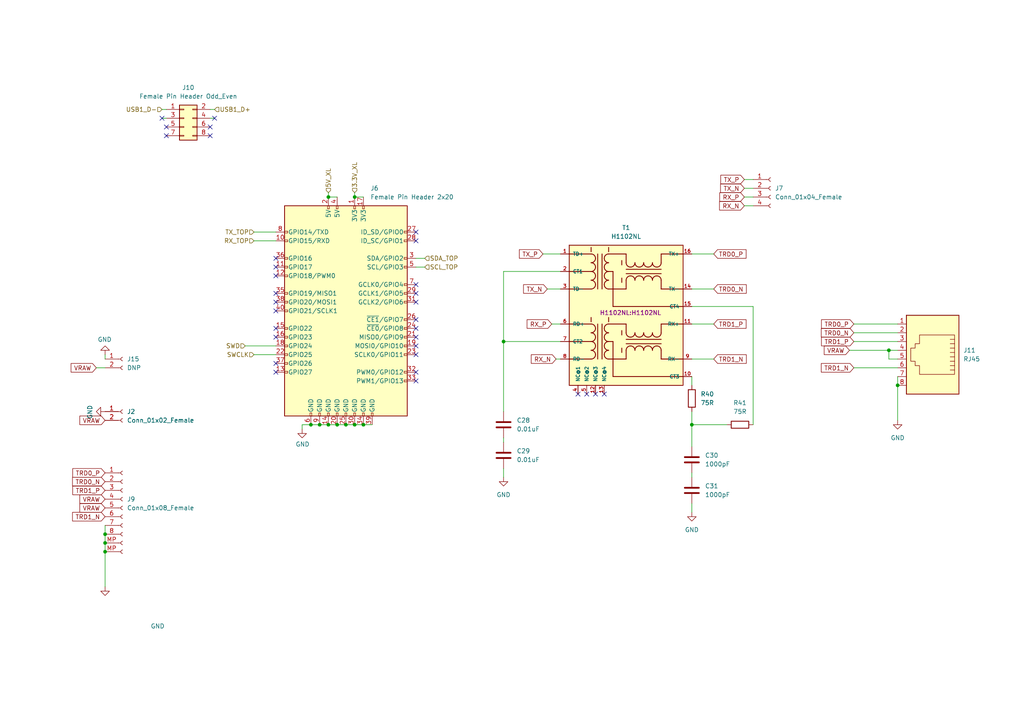
<source format=kicad_sch>
(kicad_sch (version 20230620) (generator eeschema)
  (paper "A4")
  (lib_symbols
    (symbol "Connector:Conn_01x02_Female" (pin_names (offset 1.016) hide)
      (property "Reference" "J" (at 0 2.54 0))
      (property "Value" "Conn_01x02_Female" (at 0 -5.08 0))
      (symbol "Conn_01x02_Female_1_1"
        (arc (start 0 -2.032) (mid -0.5058 -2.54) (end 0 -3.048) (stroke (width 0.1524)))
        (polyline (pts (xy -1.27 -2.54) (xy -0.508 -2.54)) (stroke (width 0.1524)))
        (polyline (pts (xy -1.27 0) (xy -0.508 0)) (stroke (width 0.1524)))
        (arc (start 0 0.508) (mid -0.5058 0) (end 0 -0.508) (stroke (width 0.1524)))
        (pin passive line (at -5.08 0 0) (length 3.81) (name "Pin_1") (number "1"))
        (pin passive line (at -5.08 -2.54 0) (length 3.81) (name "Pin_2") (number "2"))
      )
    )
    (symbol "Connector:Conn_01x04_Female" (pin_names (offset 1.016) hide)
      (property "Reference" "J" (at 0 5.08 0))
      (property "Value" "Conn_01x04_Female" (at 0 -7.62 0))
      (symbol "Conn_01x04_Female_1_1"
        (arc (start 0 -4.572) (mid -0.5058 -5.08) (end 0 -5.588) (stroke (width 0.1524)))
        (arc (start 0 -2.032) (mid -0.5058 -2.54) (end 0 -3.048) (stroke (width 0.1524)))
        (polyline (pts (xy -1.27 -5.08) (xy -0.508 -5.08)) (stroke (width 0.1524)))
        (polyline (pts (xy -1.27 -2.54) (xy -0.508 -2.54)) (stroke (width 0.1524)))
        (polyline (pts (xy -1.27 0) (xy -0.508 0)) (stroke (width 0.1524)))
        (polyline (pts (xy -1.27 2.54) (xy -0.508 2.54)) (stroke (width 0.1524)))
        (arc (start 0 0.508) (mid -0.5058 0) (end 0 -0.508) (stroke (width 0.1524)))
        (arc (start 0 3.048) (mid -0.5058 2.54) (end 0 2.032) (stroke (width 0.1524)))
        (pin passive line (at -5.08 2.54 0) (length 3.81) (name "Pin_1") (number "1"))
        (pin passive line (at -5.08 0 0) (length 3.81) (name "Pin_2") (number "2"))
        (pin passive line (at -5.08 -2.54 0) (length 3.81) (name "Pin_3") (number "3"))
        (pin passive line (at -5.08 -5.08 0) (length 3.81) (name "Pin_4") (number "4"))
      )
    )
    (symbol "Connector:Conn_01x08_Female" (pin_names (offset 1.016) hide)
      (property "Reference" "J3" (at 1.27 0.0001 0))
      (property "Value" "Conn_01x08_Female" (at 1.27 -2.5399 0))
      (symbol "Conn_01x08_Female_1_1"
        (arc (start 0 -14.732) (mid -0.5058 -15.24) (end 0 -15.748) (stroke (width 0.1524)))
        (arc (start 0 -12.192) (mid -0.5058 -12.7) (end 0 -13.208) (stroke (width 0.1524)))
        (arc (start 0 -9.652) (mid -0.5058 -10.16) (end 0 -10.668) (stroke (width 0.1524)))
        (arc (start 0 -7.112) (mid -0.5058 -7.62) (end 0 -8.128) (stroke (width 0.1524)))
        (arc (start 0 -4.572) (mid -0.5058 -5.08) (end 0 -5.588) (stroke (width 0.1524)))
        (arc (start 0 -2.032) (mid -0.5058 -2.54) (end 0 -3.048) (stroke (width 0.1524)))
        (polyline (pts (xy -1.27 -15.24) (xy -0.508 -15.24)) (stroke (width 0.1524)))
        (polyline (pts (xy -1.27 -12.7) (xy -0.508 -12.7)) (stroke (width 0.1524)))
        (polyline (pts (xy -1.27 -10.16) (xy -0.508 -10.16)) (stroke (width 0.1524)))
        (polyline (pts (xy -1.27 -7.62) (xy -0.508 -7.62)) (stroke (width 0.1524)))
        (polyline (pts (xy -1.27 -5.08) (xy -0.508 -5.08)) (stroke (width 0.1524)))
        (polyline (pts (xy -1.27 -2.54) (xy -0.508 -2.54)) (stroke (width 0.1524)))
        (polyline (pts (xy -1.27 0) (xy -0.508 0)) (stroke (width 0.1524)))
        (polyline (pts (xy -1.27 2.54) (xy -0.508 2.54)) (stroke (width 0.1524)))
        (polyline (pts (xy -1.27 5.08) (xy -0.508 5.08)) (stroke (width 0.1524)))
        (polyline (pts (xy -1.27 7.62) (xy -0.508 7.62)) (stroke (width 0.1524)))
        (arc (start 0 0.508) (mid -0.5058 0) (end 0 -0.508) (stroke (width 0.1524)))
        (arc (start 0 3.048) (mid -0.5058 2.54) (end 0 2.032) (stroke (width 0.1524)))
        (arc (start 0 5.588) (mid -0.5058 5.08) (end 0 4.572) (stroke (width 0.1524)))
        (arc (start 0 8.128) (mid -0.5058 7.62) (end 0 7.112) (stroke (width 0.1524)))
        (pin passive line (at -5.08 7.62 0) (length 3.81) (name "Pin_1") (number "1"))
        (pin passive line (at -5.08 5.08 0) (length 3.81) (name "Pin_2") (number "2"))
        (pin passive line (at -5.08 2.54 0) (length 3.81) (name "Pin_3") (number "3"))
        (pin passive line (at -5.08 0 0) (length 3.81) (name "Pin_4") (number "4"))
        (pin passive line (at -5.08 -2.54 0) (length 3.81) (name "Pin_5") (number "5"))
        (pin passive line (at -5.08 -5.08 0) (length 3.81) (name "Pin_6") (number "6"))
        (pin passive line (at -5.08 -7.62 0) (length 3.81) (name "Pin_7") (number "7"))
        (pin passive line (at -5.08 -10.16 0) (length 3.81) (name "Pin_8") (number "8"))
        (pin passive line (at -5.08 -15.24 0) (length 3.81) (name "MP") (number "MP"))
        (pin passive line (at -5.08 -12.7 0) (length 3.81) (name "MP") (number "MP"))
      )
    )
    (symbol "Connector:RJ45" (pin_names (offset 1.016))
      (property "Reference" "J" (at -5.08 13.97 0))
      (property "Value" "RJ45" (at 2.54 13.97 0))
      (symbol "RJ45_0_1"
        (polyline (pts (xy -5.08 4.445) (xy -6.35 4.445)))
        (polyline (pts (xy -5.08 5.715) (xy -6.35 5.715)))
        (polyline (pts (xy -6.35 -3.175) (xy -5.08 -3.175) (xy -5.08 -3.175)))
        (polyline (pts (xy -6.35 -1.905) (xy -5.08 -1.905) (xy -5.08 -1.905)))
        (polyline (pts (xy -6.35 -0.635) (xy -5.08 -0.635) (xy -5.08 -0.635)))
        (polyline (pts (xy -6.35 0.635) (xy -5.08 0.635) (xy -5.08 0.635)))
        (polyline (pts (xy -6.35 1.905) (xy -5.08 1.905) (xy -5.08 1.905)))
        (polyline (pts (xy -5.08 3.175) (xy -6.35 3.175) (xy -6.35 3.175)))
        (polyline (pts (xy -6.35 -4.445) (xy -6.35 6.985) (xy 3.81 6.985) (xy 3.81 4.445) (xy 5.08 4.445) (xy 5.08 3.175) (xy 6.35 3.175) (xy 6.35 -0.635) (xy 5.08 -0.635) (xy 5.08 -1.905) (xy 3.81 -1.905) (xy 3.81 -4.445) (xy -6.35 -4.445) (xy -6.35 -4.445)))
        (rectangle (start 7.62 12.7) (end -7.62 -10.16) (stroke (width 0.254)) (fill (type background)))
      )
      (symbol "RJ45_1_1"
        (pin passive line (at 10.16 -7.62 180) (length 2.54) (name "~") (number "1"))
        (pin passive line (at 10.16 -5.08 180) (length 2.54) (name "~") (number "2"))
        (pin passive line (at 10.16 -2.54 180) (length 2.54) (name "~") (number "3"))
        (pin passive line (at 10.16 0 180) (length 2.54) (name "~") (number "4"))
        (pin passive line (at 10.16 2.54 180) (length 2.54) (name "~") (number "5"))
        (pin passive line (at 10.16 5.08 180) (length 2.54) (name "~") (number "6"))
        (pin passive line (at 10.16 7.62 180) (length 2.54) (name "~") (number "7"))
        (pin passive line (at 10.16 10.16 180) (length 2.54) (name "~") (number "8"))
      )
    )
    (symbol "Connector:Raspberry_Pi_2_3" (pin_names (offset 1.016))
      (property "Reference" "J" (at -17.78 31.75 0))
      (property "Value" "Raspberry_Pi_2_3" (at 10.16 -31.75 0))
      (symbol "Raspberry_Pi_2_3_0_1"
        (rectangle (start -17.78 30.48) (end 17.78 -30.48) (stroke (width 0.254)) (fill (type background)))
      )
      (symbol "Raspberry_Pi_2_3_1_1"
        (rectangle (start -16.891 -17.526) (end -17.78 -18.034))
        (rectangle (start -16.891 -14.986) (end -17.78 -15.494))
        (rectangle (start -16.891 -12.446) (end -17.78 -12.954))
        (rectangle (start -16.891 -9.906) (end -17.78 -10.414))
        (rectangle (start -16.891 -7.366) (end -17.78 -7.874))
        (rectangle (start -16.891 -4.826) (end -17.78 -5.334))
        (rectangle (start -16.891 0.254) (end -17.78 -0.254))
        (rectangle (start -16.891 2.794) (end -17.78 2.286))
        (rectangle (start -16.891 5.334) (end -17.78 4.826))
        (rectangle (start -16.891 10.414) (end -17.78 9.906))
        (rectangle (start -16.891 12.954) (end -17.78 12.446))
        (rectangle (start -16.891 15.494) (end -17.78 14.986))
        (rectangle (start -16.891 20.574) (end -17.78 20.066))
        (rectangle (start -16.891 23.114) (end -17.78 22.606))
        (rectangle (start -10.414 -29.591) (end -9.906 -30.48))
        (rectangle (start -7.874 -29.591) (end -7.366 -30.48))
        (rectangle (start -5.334 -29.591) (end -4.826 -30.48))
        (rectangle (start -5.334 30.48) (end -4.826 29.591))
        (rectangle (start -2.794 -29.591) (end -2.286 -30.48))
        (rectangle (start -2.794 30.48) (end -2.286 29.591))
        (rectangle (start -0.254 -29.591) (end 0.254 -30.48))
        (rectangle (start 2.286 -29.591) (end 2.794 -30.48))
        (rectangle (start 2.286 30.48) (end 2.794 29.591))
        (rectangle (start 4.826 -29.591) (end 5.334 -30.48))
        (rectangle (start 4.826 30.48) (end 5.334 29.591))
        (rectangle (start 7.366 -29.591) (end 7.874 -30.48))
        (rectangle (start 17.78 -20.066) (end 16.891 -20.574))
        (rectangle (start 17.78 -17.526) (end 16.891 -18.034))
        (rectangle (start 17.78 -12.446) (end 16.891 -12.954))
        (rectangle (start 17.78 -9.906) (end 16.891 -10.414))
        (rectangle (start 17.78 -7.366) (end 16.891 -7.874))
        (rectangle (start 17.78 -4.826) (end 16.891 -5.334))
        (rectangle (start 17.78 -2.286) (end 16.891 -2.794))
        (rectangle (start 17.78 2.794) (end 16.891 2.286))
        (rectangle (start 17.78 5.334) (end 16.891 4.826))
        (rectangle (start 17.78 7.874) (end 16.891 7.366))
        (rectangle (start 17.78 12.954) (end 16.891 12.446))
        (rectangle (start 17.78 15.494) (end 16.891 14.986))
        (rectangle (start 17.78 20.574) (end 16.891 20.066))
        (rectangle (start 17.78 23.114) (end 16.891 22.606))
        (pin power_in line (at 2.54 33.02 270) (length 2.54) (name "3V3") (number "1"))
        (pin bidirectional line (at -20.32 20.32 0) (length 2.54) (name "GPIO15/RXD") (number "10"))
        (pin bidirectional line (at -20.32 12.7 0) (length 2.54) (name "GPIO17") (number "11"))
        (pin bidirectional line (at -20.32 10.16 0) (length 2.54) (name "GPIO18/PWM0") (number "12"))
        (pin bidirectional line (at -20.32 -17.78 0) (length 2.54) (name "GPIO27") (number "13"))
        (pin power_in line (at -5.08 -33.02 90) (length 2.54) (name "GND") (number "14"))
        (pin bidirectional line (at -20.32 -5.08 0) (length 2.54) (name "GPIO22") (number "15"))
        (pin bidirectional line (at -20.32 -7.62 0) (length 2.54) (name "GPIO23") (number "16"))
        (pin power_in line (at 5.08 33.02 270) (length 2.54) (name "3V3") (number "17"))
        (pin bidirectional line (at -20.32 -10.16 0) (length 2.54) (name "GPIO24") (number "18"))
        (pin bidirectional line (at 20.32 -10.16 180) (length 2.54) (name "MOSI0/GPIO10") (number "19"))
        (pin power_in line (at -5.08 33.02 270) (length 2.54) (name "5V") (number "2"))
        (pin power_in line (at -2.54 -33.02 90) (length 2.54) (name "GND") (number "20"))
        (pin bidirectional line (at 20.32 -7.62 180) (length 2.54) (name "MISO0/GPIO9") (number "21"))
        (pin bidirectional line (at -20.32 -12.7 0) (length 2.54) (name "GPIO25") (number "22"))
        (pin bidirectional line (at 20.32 -12.7 180) (length 2.54) (name "SCLK0/GPIO11") (number "23"))
        (pin bidirectional line (at 20.32 -5.08 180) (length 2.54) (name "~{CE0}/GPIO8") (number "24"))
        (pin power_in line (at 0 -33.02 90) (length 2.54) (name "GND") (number "25"))
        (pin bidirectional line (at 20.32 -2.54 180) (length 2.54) (name "~{CE1}/GPIO7") (number "26"))
        (pin bidirectional line (at 20.32 22.86 180) (length 2.54) (name "ID_SD/GPIO0") (number "27"))
        (pin bidirectional line (at 20.32 20.32 180) (length 2.54) (name "ID_SC/GPIO1") (number "28"))
        (pin bidirectional line (at 20.32 5.08 180) (length 2.54) (name "GCLK1/GPIO5") (number "29"))
        (pin bidirectional line (at 20.32 15.24 180) (length 2.54) (name "SDA/GPIO2") (number "3"))
        (pin power_in line (at 2.54 -33.02 90) (length 2.54) (name "GND") (number "30"))
        (pin bidirectional line (at 20.32 2.54 180) (length 2.54) (name "GCLK2/GPIO6") (number "31"))
        (pin bidirectional line (at 20.32 -17.78 180) (length 2.54) (name "PWM0/GPIO12") (number "32"))
        (pin bidirectional line (at 20.32 -20.32 180) (length 2.54) (name "PWM1/GPIO13") (number "33"))
        (pin power_in line (at 5.08 -33.02 90) (length 2.54) (name "GND") (number "34"))
        (pin bidirectional line (at -20.32 5.08 0) (length 2.54) (name "GPIO19/MISO1") (number "35"))
        (pin bidirectional line (at -20.32 15.24 0) (length 2.54) (name "GPIO16") (number "36"))
        (pin bidirectional line (at -20.32 -15.24 0) (length 2.54) (name "GPIO26") (number "37"))
        (pin bidirectional line (at -20.32 2.54 0) (length 2.54) (name "GPIO20/MOSI1") (number "38"))
        (pin power_in line (at 7.62 -33.02 90) (length 2.54) (name "GND") (number "39"))
        (pin power_in line (at -2.54 33.02 270) (length 2.54) (name "5V") (number "4"))
        (pin bidirectional line (at -20.32 0 0) (length 2.54) (name "GPIO21/SCLK1") (number "40"))
        (pin bidirectional line (at 20.32 12.7 180) (length 2.54) (name "SCL/GPIO3") (number "5"))
        (pin power_in line (at -10.16 -33.02 90) (length 2.54) (name "GND") (number "6"))
        (pin bidirectional line (at 20.32 7.62 180) (length 2.54) (name "GCLK0/GPIO4") (number "7"))
        (pin bidirectional line (at -20.32 22.86 0) (length 2.54) (name "GPIO14/TXD") (number "8"))
        (pin power_in line (at -7.62 -33.02 90) (length 2.54) (name "GND") (number "9"))
      )
    )
    (symbol "Connector_Generic:Conn_02x04_Odd_Even" (pin_names (offset 1.016) hide)
      (property "Reference" "J" (at 1.27 5.08 0))
      (property "Value" "Conn_02x04_Odd_Even" (at 1.27 -7.62 0))
      (symbol "Conn_02x04_Odd_Even_1_1"
        (rectangle (start -1.27 -4.953) (end 0 -5.207) (stroke (width 0.1524)))
        (rectangle (start -1.27 -2.413) (end 0 -2.667) (stroke (width 0.1524)))
        (rectangle (start -1.27 0.127) (end 0 -0.127) (stroke (width 0.1524)))
        (rectangle (start -1.27 2.667) (end 0 2.413) (stroke (width 0.1524)))
        (rectangle (start -1.27 3.81) (end 3.81 -6.35) (stroke (width 0.254)) (fill (type background)))
        (rectangle (start 3.81 -4.953) (end 2.54 -5.207) (stroke (width 0.1524)))
        (rectangle (start 3.81 -2.413) (end 2.54 -2.667) (stroke (width 0.1524)))
        (rectangle (start 3.81 0.127) (end 2.54 -0.127) (stroke (width 0.1524)))
        (rectangle (start 3.81 2.667) (end 2.54 2.413) (stroke (width 0.1524)))
        (pin passive line (at -5.08 2.54 0) (length 3.81) (name "Pin_1") (number "1"))
        (pin passive line (at 7.62 2.54 180) (length 3.81) (name "Pin_2") (number "2"))
        (pin passive line (at -5.08 0 0) (length 3.81) (name "Pin_3") (number "3"))
        (pin passive line (at 7.62 0 180) (length 3.81) (name "Pin_4") (number "4"))
        (pin passive line (at -5.08 -2.54 0) (length 3.81) (name "Pin_5") (number "5"))
        (pin passive line (at 7.62 -2.54 180) (length 3.81) (name "Pin_6") (number "6"))
        (pin passive line (at -5.08 -5.08 0) (length 3.81) (name "Pin_7") (number "7"))
        (pin passive line (at 7.62 -5.08 180) (length 3.81) (name "Pin_8") (number "8"))
      )
    )
    (symbol "Device:C" (pin_numbers hide) (pin_names (offset 0.254))
      (property "Reference" "C" (at 0.635 2.54 0))
      (property "Value" "C" (at 0.635 -2.54 0))
      (symbol "C_0_1"
        (polyline (pts (xy -2.032 -0.762) (xy 2.032 -0.762)) (stroke (width 0.508)))
        (polyline (pts (xy -2.032 0.762) (xy 2.032 0.762)) (stroke (width 0.508)))
      )
      (symbol "C_1_1"
        (pin passive line (at 0 3.81 270) (length 2.794) (name "~") (number "1"))
        (pin passive line (at 0 -3.81 90) (length 2.794) (name "~") (number "2"))
      )
    )
    (symbol "Device:R" (pin_numbers hide) (pin_names (offset 0))
      (property "Reference" "R" (at 2.032 0 90))
      (property "Value" "R" (at 0 0 90))
      (symbol "R_0_1"
        (rectangle (start -1.016 -2.54) (end 1.016 2.54) (stroke (width 0.254)))
      )
      (symbol "R_1_1"
        (pin passive line (at 0 3.81 270) (length 1.27) (name "~") (number "1"))
        (pin passive line (at 0 -3.81 90) (length 1.27) (name "~") (number "2"))
      )
    )
    (symbol "H1102NL:H1102NL" (pin_names (offset 1.016))
      (property "Reference" "T" (at -17.78 20.32 0))
      (property "Value" "H1102NL" (at -2.54 -22.86 0))
      (symbol "H1102NL_0_0"
        (rectangle (start -17.78 -20.32) (end 15.24 20.32) (stroke (width 0.254)) (fill (type background)))
        (arc (start -11.43 -12.7) (mid -10.532 -12.328) (end -10.16 -11.43) (stroke (width 0.254)))
        (arc (start -11.43 -10.16) (mid -10.532 -9.788) (end -10.16 -8.89) (stroke (width 0.254)))
        (arc (start -11.43 -7.62) (mid -10.532 -7.248) (end -10.16 -6.35) (stroke (width 0.254)))
        (arc (start -11.43 -5.08) (mid -10.532 -4.708) (end -10.16 -3.81) (stroke (width 0.254)))
        (arc (start -11.43 7.62) (mid -10.532 7.992) (end -10.16 8.89) (stroke (width 0.254)))
        (arc (start -11.43 10.16) (mid -10.532 10.532) (end -10.16 11.43) (stroke (width 0.254)))
        (arc (start -11.43 12.7) (mid -10.532 13.072) (end -10.16 13.97) (stroke (width 0.254)))
        (arc (start -11.43 15.24) (mid -10.532 15.612) (end -10.16 16.51) (stroke (width 0.254)))
        (arc (start -10.16 -11.43) (mid -10.532 -10.532) (end -11.43 -10.16) (stroke (width 0.254)))
        (arc (start -10.16 -8.89) (mid -10.532 -7.992) (end -11.43 -7.62) (stroke (width 0.254)))
        (arc (start -10.16 -6.35) (mid -10.532 -5.452) (end -11.43 -5.08) (stroke (width 0.254)))
        (arc (start -10.16 -3.81) (mid -10.532 -2.912) (end -11.43 -2.54) (stroke (width 0.254)))
        (arc (start -10.16 8.89) (mid -10.532 9.788) (end -11.43 10.16) (stroke (width 0.254)))
        (arc (start -10.16 11.43) (mid -10.532 12.328) (end -11.43 12.7) (stroke (width 0.254)))
        (arc (start -10.16 13.97) (mid -10.532 14.868) (end -11.43 15.24) (stroke (width 0.254)))
        (arc (start -10.16 16.51) (mid -10.532 17.408) (end -11.43 17.78) (stroke (width 0.254)))
        (arc (start -7.62 -11.43) (mid -7.248 -12.328) (end -6.35 -12.7) (stroke (width 0.254)))
        (arc (start -7.62 -8.89) (mid -7.248 -9.788) (end -6.35 -10.16) (stroke (width 0.254)))
        (arc (start -7.62 -6.35) (mid -7.248 -7.248) (end -6.35 -7.62) (stroke (width 0.254)))
        (arc (start -7.62 -3.81) (mid -7.248 -4.708) (end -6.35 -5.08) (stroke (width 0.254)))
        (arc (start -7.62 8.89) (mid -7.248 7.992) (end -6.35 7.62) (stroke (width 0.254)))
        (arc (start -7.62 11.43) (mid -7.248 10.532) (end -6.35 10.16) (stroke (width 0.254)))
        (arc (start -7.62 13.97) (mid -7.248 13.072) (end -6.35 12.7) (stroke (width 0.254)))
        (arc (start -7.62 16.51) (mid -7.248 15.612) (end -6.35 15.24) (stroke (width 0.254)))
        (arc (start -6.35 -10.16) (mid -7.248 -10.532) (end -7.62 -11.43) (stroke (width 0.254)))
        (arc (start -6.35 -7.62) (mid -7.248 -7.992) (end -7.62 -8.89) (stroke (width 0.254)))
        (arc (start -6.35 -5.08) (mid -7.248 -5.452) (end -7.62 -6.35) (stroke (width 0.254)))
        (arc (start -6.35 -2.54) (mid -7.248 -2.912) (end -7.62 -3.81) (stroke (width 0.254)))
        (arc (start -6.35 10.16) (mid -7.248 9.788) (end -7.62 8.89) (stroke (width 0.254)))
        (arc (start -6.35 12.7) (mid -7.248 12.328) (end -7.62 11.43) (stroke (width 0.254)))
        (arc (start -6.35 15.24) (mid -7.248 14.868) (end -7.62 13.97) (stroke (width 0.254)))
        (arc (start -6.35 17.78) (mid -7.248 17.408) (end -7.62 16.51) (stroke (width 0.254)))
        (arc (start -1.27 -5.08) (mid -0.898 -5.978) (end 0 -6.35) (stroke (width 0.254)))
        (arc (start -1.27 15.24) (mid -0.898 14.342) (end 0 13.97) (stroke (width 0.254)))
        (arc (start 0 -8.89) (mid -0.898 -9.262) (end -1.27 -10.16) (stroke (width 0.254)))
        (arc (start 0 -6.35) (mid 0.898 -5.978) (end 1.27 -5.08) (stroke (width 0.254)))
        (polyline (pts (xy -17.78 -2.54) (xy -11.43 -2.54)) (stroke (width 0.254)))
        (polyline (pts (xy -17.78 17.78) (xy -11.43 17.78)) (stroke (width 0.254)))
        (polyline (pts (xy -11.43 -12.7) (xy -17.78 -12.7)) (stroke (width 0.254)))
        (polyline (pts (xy -11.43 -7.62) (xy -17.78 -7.62)) (stroke (width 0.254)))
        (polyline (pts (xy -11.43 7.62) (xy -17.78 7.62)) (stroke (width 0.254)))
        (polyline (pts (xy -11.43 12.7) (xy -17.78 12.7)) (stroke (width 0.254)))
        (polyline (pts (xy -9.525 -2.54) (xy -9.525 -12.7)) (stroke (width 0.254)))
        (polyline (pts (xy -9.525 17.78) (xy -9.525 7.62)) (stroke (width 0.254)))
        (polyline (pts (xy -8.255 -2.54) (xy -8.255 -12.7)) (stroke (width 0.254)))
        (polyline (pts (xy -8.255 17.78) (xy -8.255 7.62)) (stroke (width 0.254)))
        (polyline (pts (xy -6.35 -7.62) (xy -5.08 -7.62)) (stroke (width 0.254)))
        (polyline (pts (xy -6.35 -2.54) (xy -1.27 -2.54)) (stroke (width 0.254)))
        (polyline (pts (xy -6.35 12.7) (xy -5.08 12.7)) (stroke (width 0.254)))
        (polyline (pts (xy -6.35 17.78) (xy -1.27 17.78)) (stroke (width 0.254)))
        (polyline (pts (xy -5.08 -17.78) (xy 15.24 -17.78)) (stroke (width 0.254)))
        (polyline (pts (xy -5.08 -7.62) (xy -5.08 -17.78)) (stroke (width 0.254)))
        (polyline (pts (xy -5.08 2.54) (xy 15.24 2.54)) (stroke (width 0.254)))
        (polyline (pts (xy -5.08 12.7) (xy -5.08 2.54)) (stroke (width 0.254)))
        (polyline (pts (xy -1.27 -12.7) (xy -6.35 -12.7)) (stroke (width 0.254)))
        (polyline (pts (xy -1.27 -12.7) (xy -1.27 -10.16)) (stroke (width 0.254)))
        (polyline (pts (xy -1.27 -8.255) (xy 8.89 -8.255)) (stroke (width 0.254)))
        (polyline (pts (xy -1.27 -6.985) (xy 8.89 -6.985)) (stroke (width 0.254)))
        (polyline (pts (xy -1.27 -2.54) (xy -1.27 -5.08)) (stroke (width 0.254)))
        (polyline (pts (xy -1.27 7.62) (xy -6.35 7.62)) (stroke (width 0.254)))
        (polyline (pts (xy -1.27 7.62) (xy -1.27 10.16)) (stroke (width 0.254)))
        (polyline (pts (xy -1.27 12.065) (xy 8.89 12.065)) (stroke (width 0.254)))
        (polyline (pts (xy -1.27 13.335) (xy 8.89 13.335)) (stroke (width 0.254)))
        (polyline (pts (xy -1.27 17.78) (xy -1.27 15.24)) (stroke (width 0.254)))
        (polyline (pts (xy 8.89 -12.7) (xy 15.24 -12.7)) (stroke (width 0.254)))
        (polyline (pts (xy 8.89 -10.16) (xy 8.89 -12.7)) (stroke (width 0.254)))
        (polyline (pts (xy 8.89 -5.08) (xy 8.89 -2.54)) (stroke (width 0.254)))
        (polyline (pts (xy 8.89 -2.54) (xy 15.24 -2.54)) (stroke (width 0.254)))
        (polyline (pts (xy 8.89 7.62) (xy 15.24 7.62)) (stroke (width 0.254)))
        (polyline (pts (xy 8.89 10.16) (xy 8.89 7.62)) (stroke (width 0.254)))
        (polyline (pts (xy 8.89 15.24) (xy 8.89 17.78)) (stroke (width 0.254)))
        (polyline (pts (xy 8.89 17.78) (xy 15.24 17.78)) (stroke (width 0.254)))
        (polyline (pts (xy -11.43 -0.635) (xy -11.43 -1.905) (xy -11.43 -0.635)) (stroke (width 0.254)) (fill (type outline)))
        (polyline (pts (xy -11.43 19.685) (xy -11.43 18.415) (xy -11.43 19.685)) (stroke (width 0.254)) (fill (type outline)))
        (polyline (pts (xy -6.35 -0.635) (xy -6.35 -1.905) (xy -6.35 -0.635)) (stroke (width 0.254)) (fill (type outline)))
        (polyline (pts (xy -6.35 19.685) (xy -6.35 18.415) (xy -6.35 19.685)) (stroke (width 0.254)) (fill (type outline)))
        (polyline (pts (xy -2.54 -9.525) (xy -2.54 -10.795) (xy -2.54 -9.525)) (stroke (width 0.254)) (fill (type outline)))
        (polyline (pts (xy -2.54 -4.445) (xy -2.54 -5.715) (xy -2.54 -4.445)) (stroke (width 0.254)) (fill (type outline)))
        (polyline (pts (xy -2.54 10.795) (xy -2.54 9.525) (xy -2.54 10.795)) (stroke (width 0.254)) (fill (type outline)))
        (polyline (pts (xy -2.54 15.875) (xy -2.54 14.605) (xy -2.54 15.875)) (stroke (width 0.254)) (fill (type outline)))
        (arc (start 0 11.43) (mid -0.898 11.058) (end -1.27 10.16) (stroke (width 0.254)))
        (arc (start 0 13.97) (mid 0.898 14.342) (end 1.27 15.24) (stroke (width 0.254)))
        (arc (start 1.27 -10.16) (mid 0.898 -9.262) (end 0 -8.89) (stroke (width 0.254)))
        (arc (start 1.27 -5.08) (mid 1.642 -5.978) (end 2.54 -6.35) (stroke (width 0.254)))
        (arc (start 1.27 10.16) (mid 0.898 11.058) (end 0 11.43) (stroke (width 0.254)))
        (arc (start 1.27 15.24) (mid 1.642 14.342) (end 2.54 13.97) (stroke (width 0.254)))
        (arc (start 2.54 -8.89) (mid 1.642 -9.262) (end 1.27 -10.16) (stroke (width 0.254)))
        (arc (start 2.54 -6.35) (mid 3.438 -5.978) (end 3.81 -5.08) (stroke (width 0.254)))
        (arc (start 2.54 11.43) (mid 1.642 11.058) (end 1.27 10.16) (stroke (width 0.254)))
        (arc (start 2.54 13.97) (mid 3.438 14.342) (end 3.81 15.24) (stroke (width 0.254)))
        (arc (start 3.81 -10.16) (mid 3.438 -9.262) (end 2.54 -8.89) (stroke (width 0.254)))
        (arc (start 3.81 -5.08) (mid 4.182 -5.978) (end 5.08 -6.35) (stroke (width 0.254)))
        (arc (start 3.81 10.16) (mid 3.438 11.058) (end 2.54 11.43) (stroke (width 0.254)))
        (arc (start 3.81 15.24) (mid 4.182 14.342) (end 5.08 13.97) (stroke (width 0.254)))
        (arc (start 5.08 -8.89) (mid 4.182 -9.262) (end 3.81 -10.16) (stroke (width 0.254)))
        (arc (start 5.08 -6.35) (mid 5.978 -5.978) (end 6.35 -5.08) (stroke (width 0.254)))
        (arc (start 5.08 11.43) (mid 4.182 11.058) (end 3.81 10.16) (stroke (width 0.254)))
        (arc (start 5.08 13.97) (mid 5.978 14.342) (end 6.35 15.24) (stroke (width 0.254)))
        (arc (start 6.35 -10.16) (mid 5.978 -9.262) (end 5.08 -8.89) (stroke (width 0.254)))
        (arc (start 6.35 -5.08) (mid 6.722 -5.978) (end 7.62 -6.35) (stroke (width 0.254)))
        (arc (start 6.35 10.16) (mid 5.978 11.058) (end 5.08 11.43) (stroke (width 0.254)))
        (arc (start 6.35 15.24) (mid 6.722 14.342) (end 7.62 13.97) (stroke (width 0.254)))
        (arc (start 7.62 -8.89) (mid 6.722 -9.262) (end 6.35 -10.16) (stroke (width 0.254)))
        (arc (start 7.62 -6.35) (mid 8.518 -5.978) (end 8.89 -5.08) (stroke (width 0.254)))
        (arc (start 7.62 11.43) (mid 6.722 11.058) (end 6.35 10.16) (stroke (width 0.254)))
        (arc (start 7.62 13.97) (mid 8.518 14.342) (end 8.89 15.24) (stroke (width 0.254)))
        (arc (start 8.89 -10.16) (mid 8.518 -9.262) (end 7.62 -8.89) (stroke (width 0.254)))
        (arc (start 8.89 10.16) (mid 8.518 11.058) (end 7.62 11.43) (stroke (width 0.254)))
        (pin passive line (at -20.32 17.78 0) (length 2.54) (name "TD+") (number "1"))
        (pin passive line (at 17.78 -17.78 180) (length 2.54) (name "CT3") (number "10"))
        (pin passive line (at 17.78 -2.54 180) (length 2.54) (name "RX+") (number "11"))
        (pin passive line (at -10.16 -22.86 90) (length 2.54) (name "NC@3") (number "12"))
        (pin passive line (at -7.62 -22.86 90) (length 2.54) (name "NC@4") (number "13"))
        (pin passive line (at 17.78 7.62 180) (length 2.54) (name "TX-") (number "14"))
        (pin passive line (at 17.78 2.54 180) (length 2.54) (name "CT4") (number "15"))
        (pin passive line (at 17.78 17.78 180) (length 2.54) (name "TX+") (number "16"))
        (pin passive line (at -20.32 12.7 0) (length 2.54) (name "CT1") (number "2"))
        (pin passive line (at -20.32 7.62 0) (length 2.54) (name "TD-") (number "3"))
        (pin passive line (at -15.24 -22.86 90) (length 2.54) (name "NC@1") (number "4"))
        (pin passive line (at -12.7 -22.86 90) (length 2.54) (name "NC@2") (number "5"))
        (pin passive line (at -20.32 -2.54 0) (length 2.54) (name "RD+") (number "6"))
        (pin passive line (at -20.32 -7.62 0) (length 2.54) (name "CT2") (number "7"))
        (pin passive line (at -20.32 -12.7 0) (length 2.54) (name "RD-") (number "8"))
        (pin passive line (at 17.78 -12.7 180) (length 2.54) (name "RX-") (number "9"))
      )
    )
    (symbol "power:GND" (power) (pin_names (offset 0))
      (property "Value" "GND" (at 0 -3.81 0))
      (symbol "GND_0_1"
        (polyline (pts (xy 0 0) (xy 0 -1.27) (xy 1.27 -1.27) (xy 0 -2.54) (xy -1.27 -1.27) (xy 0 -1.27)))
      )
      (symbol "GND_1_1"
        (pin power_in line (at 0 0 270) (length 0) hide (name "GND") (number "1"))
      )
    )
  )
  (junction (at 30.48 157.48))
  (junction (at 92.71 123.19))
  (junction (at 95.25 57.15))
  (junction (at 257.81 101.6))
  (junction (at 260.35 111.76))
  (junction (at 102.87 123.19))
  (junction (at 95.25 123.19))
  (junction (at 102.87 57.15))
  (junction (at 97.79 123.19))
  (junction (at 90.17 123.19))
  (junction (at 105.41 123.19))
  (junction (at 200.66 123.19))
  (junction (at 100.33 123.19))
  (junction (at 30.48 154.94))
  (junction (at 30.48 160.02))
  (junction (at 146.05 99.06))
  (no_connect (at 80.01 107.95))
  (no_connect (at 80.01 105.41))
  (no_connect (at 80.01 74.93))
  (no_connect (at 80.01 77.47))
  (no_connect (at 80.01 85.09))
  (no_connect (at 80.01 80.01))
  (no_connect (at 120.65 95.25))
  (no_connect (at 120.65 92.71))
  (no_connect (at 120.65 87.63))
  (no_connect (at 120.65 85.09))
  (no_connect (at 120.65 82.55))
  (no_connect (at 120.65 110.49))
  (no_connect (at 120.65 107.95))
  (no_connect (at 120.65 102.87))
  (no_connect (at 120.65 100.33))
  (no_connect (at 120.65 97.79))
  (no_connect (at 80.01 87.63))
  (no_connect (at 80.01 90.17))
  (no_connect (at 80.01 95.25))
  (no_connect (at 80.01 97.79))
  (no_connect (at 120.65 69.85))
  (no_connect (at 120.65 67.31))
  (no_connect (at 60.96 36.83))
  (no_connect (at 60.96 39.37))
  (no_connect (at 48.26 39.37))
  (no_connect (at 48.26 36.83))
  (no_connect (at 46.99 34.29))
  (no_connect (at 62.23 34.29))
  (no_connect (at 167.64 114.3))
  (no_connect (at 172.72 114.3))
  (no_connect (at 175.26 114.3))
  (no_connect (at 170.18 114.3))
  (wire (pts (xy 257.81 101.6) (xy 260.35 101.6)))
  (wire (pts (xy 157.48 73.66) (xy 162.56 73.66)))
  (wire (pts (xy 146.05 99.06) (xy 146.05 119.38)))
  (wire (pts (xy 200.66 109.22) (xy 200.66 111.76)))
  (wire (pts (xy 87.63 123.19) (xy 87.63 124.46)))
  (wire (pts (xy 160.02 93.98) (xy 162.56 93.98)))
  (wire (pts (xy 62.23 31.75) (xy 60.96 31.75)))
  (wire (pts (xy 73.66 69.85) (xy 80.01 69.85)))
  (wire (pts (xy 260.35 109.22) (xy 260.35 111.76)))
  (wire (pts (xy 107.95 123.19) (xy 105.41 123.19)))
  (wire (pts (xy 200.66 123.19) (xy 210.82 123.19)))
  (wire (pts (xy 146.05 128.27) (xy 146.05 127)))
  (wire (pts (xy 246.38 101.6) (xy 257.81 101.6)))
  (wire (pts (xy 30.48 160.02) (xy 30.48 170.18)))
  (wire (pts (xy 105.41 123.19) (xy 102.87 123.19)))
  (wire (pts (xy 257.81 104.14) (xy 257.81 101.6)))
  (wire (pts (xy 207.01 83.82) (xy 200.66 83.82)))
  (wire (pts (xy 247.65 96.52) (xy 260.35 96.52)))
  (wire (pts (xy 73.66 67.31) (xy 80.01 67.31)))
  (wire (pts (xy 102.87 57.15) (xy 105.41 57.15)))
  (wire (pts (xy 218.44 88.9) (xy 218.44 123.19)))
  (wire (pts (xy 92.71 123.19) (xy 90.17 123.19)))
  (wire (pts (xy 146.05 99.06) (xy 162.56 99.06)))
  (wire (pts (xy 90.17 123.19) (xy 87.63 123.19)))
  (wire (pts (xy 100.33 123.19) (xy 97.79 123.19)))
  (wire (pts (xy 200.66 88.9) (xy 218.44 88.9)))
  (wire (pts (xy 46.99 34.29) (xy 48.26 34.29)))
  (wire (pts (xy 62.23 34.29) (xy 60.96 34.29)))
  (wire (pts (xy 200.66 123.19) (xy 200.66 129.54)))
  (wire (pts (xy 95.25 57.15) (xy 97.79 57.15)))
  (wire (pts (xy 215.9 57.15) (xy 218.44 57.15)))
  (wire (pts (xy 207.01 73.66) (xy 200.66 73.66)))
  (wire (pts (xy 30.48 157.48) (xy 30.48 160.02)))
  (wire (pts (xy 161.29 104.14) (xy 162.56 104.14)))
  (wire (pts (xy 146.05 78.74) (xy 146.05 99.06)))
  (wire (pts (xy 215.9 52.07) (xy 218.44 52.07)))
  (wire (pts (xy 247.65 93.98) (xy 260.35 93.98)))
  (wire (pts (xy 95.25 55.88) (xy 95.25 57.15)))
  (wire (pts (xy 247.65 106.68) (xy 260.35 106.68)))
  (wire (pts (xy 30.48 152.4) (xy 30.48 154.94)))
  (wire (pts (xy 260.35 111.76) (xy 260.35 121.92)))
  (wire (pts (xy 215.9 59.69) (xy 218.44 59.69)))
  (wire (pts (xy 30.48 102.87) (xy 30.48 104.14)))
  (wire (pts (xy 207.01 104.14) (xy 200.66 104.14)))
  (wire (pts (xy 162.56 78.74) (xy 146.05 78.74)))
  (wire (pts (xy 146.05 138.43) (xy 146.05 135.89)))
  (wire (pts (xy 200.66 138.43) (xy 200.66 137.16)))
  (wire (pts (xy 102.87 123.19) (xy 100.33 123.19)))
  (wire (pts (xy 260.35 104.14) (xy 257.81 104.14)))
  (wire (pts (xy 215.9 54.61) (xy 218.44 54.61)))
  (wire (pts (xy 207.01 93.98) (xy 200.66 93.98)))
  (wire (pts (xy 158.75 83.82) (xy 162.56 83.82)))
  (wire (pts (xy 123.19 74.93) (xy 120.65 74.93)))
  (wire (pts (xy 27.94 106.68) (xy 30.48 106.68)))
  (wire (pts (xy 102.87 55.88) (xy 102.87 57.15)))
  (wire (pts (xy 97.79 123.19) (xy 95.25 123.19)))
  (wire (pts (xy 46.99 31.75) (xy 48.26 31.75)))
  (wire (pts (xy 123.19 77.47) (xy 120.65 77.47)))
  (wire (pts (xy 71.12 100.33) (xy 80.01 100.33)))
  (wire (pts (xy 30.48 154.94) (xy 30.48 157.48)))
  (wire (pts (xy 73.66 102.87) (xy 80.01 102.87)))
  (wire (pts (xy 95.25 123.19) (xy 92.71 123.19)))
  (wire (pts (xy 200.66 119.38) (xy 200.66 123.19)))
  (wire (pts (xy 200.66 148.59) (xy 200.66 146.05)))
  (wire (pts (xy 247.65 99.06) (xy 260.35 99.06)))
  (global_label "TX_N" (shape input) (at 158.75 83.82 180) (property "Intersheetrefs" "${INTERSHEET_REFS}" (effects hide)))
  (global_label "TRD0_P" (shape input) (at 247.65 93.98 180) (property "Intersheetrefs" "${INTERSHEET_REFS}" (effects hide)))
  (global_label "TRD0_P" (shape input) (at 207.01 73.66 0) (property "Intersheetrefs" "${INTERSHEET_REFS}" (effects hide)))
  (global_label "TRD1_N" (shape input) (at 30.48 149.86 180) (property "Intersheetrefs" "${INTERSHEET_REFS}" (effects hide)))
  (global_label "VRAW" (shape input) (at 30.48 144.78 180) (property "Intersheetrefs" "${INTERSHEET_REFS}" (effects hide)))
  (global_label "TX_P" (shape input) (at 157.48 73.66 180) (property "Intersheetrefs" "${INTERSHEET_REFS}" (effects hide)))
  (global_label "VRAW" (shape input) (at 30.48 147.32 180) (property "Intersheetrefs" "${INTERSHEET_REFS}" (effects hide)))
  (global_label "TX_N" (shape input) (at 215.9 54.61 180) (property "Intersheetrefs" "${INTERSHEET_REFS}" (effects hide)))
  (global_label "TRD0_N" (shape input) (at 247.65 96.52 180) (property "Intersheetrefs" "${INTERSHEET_REFS}" (effects hide)))
  (global_label "TRD1_N" (shape input) (at 207.01 104.14 0) (property "Intersheetrefs" "${INTERSHEET_REFS}" (effects hide)))
  (global_label "RX_P" (shape input) (at 215.9 57.15 180) (property "Intersheetrefs" "${INTERSHEET_REFS}" (effects hide)))
  (global_label "VRAW" (shape input) (at 246.38 101.6 180) (property "Intersheetrefs" "${INTERSHEET_REFS}" (effects hide)))
  (global_label "TRD1_P" (shape input) (at 247.65 99.06 180) (property "Intersheetrefs" "${INTERSHEET_REFS}" (effects hide)))
  (global_label "TRD1_P" (shape input) (at 207.01 93.98 0) (property "Intersheetrefs" "${INTERSHEET_REFS}" (effects hide)))
  (global_label "TRD0_N" (shape input) (at 30.48 139.7 180) (property "Intersheetrefs" "${INTERSHEET_REFS}" (effects hide)))
  (global_label "TRD0_P" (shape input) (at 30.48 137.16 180) (property "Intersheetrefs" "${INTERSHEET_REFS}" (effects hide)))
  (global_label "RX_P" (shape input) (at 160.02 93.98 180) (property "Intersheetrefs" "${INTERSHEET_REFS}" (effects hide)))
  (global_label "VRAW" (shape input) (at 27.94 106.68 180) (property "Intersheetrefs" "${INTERSHEET_REFS}" (effects hide)))
  (global_label "TRD0_N" (shape input) (at 207.01 83.82 0) (property "Intersheetrefs" "${INTERSHEET_REFS}" (effects hide)))
  (global_label "RX_N" (shape input) (at 161.29 104.14 180) (property "Intersheetrefs" "${INTERSHEET_REFS}" (effects hide)))
  (global_label "RX_N" (shape input) (at 215.9 59.69 180) (property "Intersheetrefs" "${INTERSHEET_REFS}" (effects hide)))
  (global_label "VRAW" (shape input) (at 30.48 121.92 180) (property "Intersheetrefs" "${INTERSHEET_REFS}" (effects hide)))
  (global_label "TRD1_P" (shape input) (at 30.48 142.24 180) (property "Intersheetrefs" "${INTERSHEET_REFS}" (effects hide)))
  (global_label "TX_P" (shape input) (at 215.9 52.07 180) (property "Intersheetrefs" "${INTERSHEET_REFS}" (effects hide)))
  (global_label "TRD1_N" (shape input) (at 247.65 106.68 180) (property "Intersheetrefs" "${INTERSHEET_REFS}" (effects hide)))
  (hierarchical_label "SWCLK" (shape input) (at 73.66 102.87 180))
  (hierarchical_label "USB1_D-" (shape input) (at 46.99 31.75 180))
  (hierarchical_label "SDA_TOP" (shape input) (at 123.19 74.93 0))
  (hierarchical_label "SCL_TOP" (shape input) (at 123.19 77.47 0))
  (hierarchical_label "SWD" (shape input) (at 71.12 100.33 180))
  (hierarchical_label "5V_XL" (shape input) (at 95.25 55.88 90))
  (hierarchical_label "USB1_D+" (shape input) (at 62.23 31.75 0))
  (hierarchical_label "RX_TOP" (shape input) (at 73.66 69.85 180))
  (hierarchical_label "TX_TOP" (shape input) (at 73.66 67.31 180))
  (hierarchical_label "3.3V_XL" (shape input) (at 102.87 55.88 90))
  (symbol (lib_id "power:GND") (at 30.48 119.38 270) (unit 1)
    (property "Reference" "#PWR0176" (effects hide))
    (property "Value" "GND" (at 26.0858 119.507 0))
  )
  (symbol (lib_id "Device:R") (at 214.63 123.19 90) (unit 1)
    (property "Reference" "R41" (at 214.63 116.84 90))
    (property "Value" "75R" (at 214.63 119.38 90))
    (property "Footprint" "Resistor_SMD:R_0603_1608Metric" (effects hide))
  )
  (symbol (lib_id "Connector:Conn_01x02_Female") (at 35.56 104.14 0) (unit 1)
    (property "Reference" "J15" (at 36.83 104.1399 0) (effects (justify left)))
    (property "Value" "DNP" (at 36.83 106.6799 0) (effects (justify left)))
    (property "Footprint" "Connector_Phoenix_MSTB:PhoenixContact_MSTBA_2,5_2-G-5,08_1x02_P5.08mm_Horizontal" (effects hide))
  )
  (symbol (lib_id "power:GND") (at 30.48 102.87 180) (unit 1)
    (property "Reference" "#PWR0140" (effects hide))
    (property "Value" "GND" (at 30.353 98.4758 0))
  )
  (symbol (lib_id "Connector:Conn_01x02_Female") (at 35.56 119.38 0) (unit 1)
    (property "Reference" "J2" (at 36.83 119.3799 0) (effects (justify left)))
    (property "Value" "Conn_01x02_Female" (at 36.83 121.9199 0) (effects (justify left)))
    (property "Footprint" "Connector_JST:JST_PH_B2B-PH-K_1x02_P2.00mm_Vertical" (effects hide))
  )
  (symbol (lib_id "Device:C") (at 200.66 142.24 0) (unit 1)
    (property "Reference" "C31" (at 204.47 140.9699 0) (effects (justify left)))
    (property "Value" "1000pF" (at 204.47 143.5099 0) (effects (justify left)))
    (property "Footprint" "Capacitor_SMD:C_0603_1608Metric" (effects hide))
  )
  (symbol (lib_id "Connector:Conn_01x04_Female") (at 223.52 54.61 0) (unit 1)
    (property "Reference" "J7" (at 224.79 54.6099 0) (effects (justify left)))
    (property "Value" "Conn_01x04_Female" (at 224.79 57.1499 0) (effects (justify left)))
    (property "Footprint" "Connector_PinHeader_2.54mm:PinHeader_2x02_P2.54mm_Vertical" (effects hide))
  )
  (symbol (lib_id "power:GND") (at 260.35 121.92 0) (unit 1)
    (property "Reference" "#PWR07" (effects hide))
    (property "Value" "GND" (at 260.35 127 0))
  )
  (symbol (lib_id "Connector:Conn_01x08_Female") (at 35.56 144.78 0) (unit 1)
    (property "Reference" "J9" (at 36.83 144.7799 0) (effects (justify left)))
    (property "Value" "Conn_01x08_Female" (at 36.83 147.3199 0) (effects (justify left)))
    (property "Footprint" "Connector_JST:JST_SH_BM08B-SRSS-TB_1x08-1MP_P1.00mm_Vertical" (effects hide))
  )
  (symbol (lib_id "power:GND") (at 87.63 124.46 0) (unit 1)
    (property "Reference" "#PWR0153" (effects hide))
    (property "Value" "GND" (at 87.757 128.8542 0))
  )
  (symbol (lib_id "Device:C") (at 146.05 123.19 0) (unit 1)
    (property "Reference" "C28" (at 149.86 121.9199 0) (effects (justify left)))
    (property "Value" "0.01uF" (at 149.86 124.4599 0) (effects (justify left)))
    (property "Footprint" "Capacitor_SMD:C_0603_1608Metric" (effects hide))
  )
  (symbol (lib_id "H1102NL:H1102NL") (at 182.88 91.44 0) (unit 1)
    (property "Reference" "T1" (at 181.61 66.04 0))
    (property "Value" "H1102NL" (at 181.61 68.58 0))
    (property "Footprint" "H1102NL:H1102NL" (at 182.88 91.44 0) (effects (justify bottom)))
  )
  (symbol (lib_id "Connector_Generic:Conn_02x04_Odd_Even") (at 53.34 34.29 0) (unit 1)
    (property "Reference" "J10" (at 54.61 25.4 0))
    (property "Value" "Female Pin Header Odd_Even" (at 54.61 27.94 0))
    (property "Footprint" "Connector_PinHeader_2.54mm:PinHeader_2x04_P2.54mm_Vertical_SMD" (effects hide))
  )
  (symbol (lib_id "power:GND") (at 146.05 138.43 0) (unit 1)
    (property "Reference" "#PWR05" (effects hide))
    (property "Value" "GND" (at 146.05 143.51 0))
  )
  (symbol (lib_id "power:GND") (at 200.66 148.59 0) (unit 1)
    (property "Reference" "#PWR06" (effects hide))
    (property "Value" "GND" (at 200.66 153.67 0))
  )
  (symbol (lib_id "power:GND") (at 30.48 170.18 0) (unit 1)
    (property "Reference" "#PWR04" (effects hide))
    (property "Value" "GND" (at 45.72 181.61 0))
  )
  (symbol (lib_id "Connector:Raspberry_Pi_2_3") (at 100.33 90.17 0) (unit 1)
    (property "Reference" "J6" (at 107.4294 54.61 0) (effects (justify left)))
    (property "Value" "Female Pin Header 2x20" (at 107.4294 57.15 0) (effects (justify left)))
    (property "Footprint" "Connector_PinHeader_2.54mm:PinHeader_2x20_P2.54mm_Vertical" (effects hide))
    (property "Datasheet" "https://www.raspberrypi.org/documentation/hardware/raspberrypi/schematics/rpi_SCH_3bplus_1p0_reduced.pdf" (effects hide))
  )
  (symbol (lib_id "Connector:RJ45") (at 270.51 101.6 180) (unit 1)
    (property "Reference" "J11" (at 279.4 101.5999 0) (effects (justify right)))
    (property "Value" "RJ45" (at 279.4 104.1399 0) (effects (justify right)))
    (property "Footprint" "Connector_RJ:RJ45_Amphenol_54602-x08_Horizontal_etrafitemiz" (effects hide))
  )
  (symbol (lib_id "Device:C") (at 146.05 132.08 0) (unit 1)
    (property "Reference" "C29" (at 149.86 130.8099 0) (effects (justify left)))
    (property "Value" "0.01uF" (at 149.86 133.3499 0) (effects (justify left)))
    (property "Footprint" "Capacitor_SMD:C_0603_1608Metric" (effects hide))
  )
  (symbol (lib_id "Device:C") (at 200.66 133.35 0) (unit 1)
    (property "Reference" "C30" (at 204.47 132.0799 0) (effects (justify left)))
    (property "Value" "1000pF" (at 204.47 134.6199 0) (effects (justify left)))
    (property "Footprint" "Capacitor_SMD:C_0603_1608Metric" (effects hide))
  )
  (symbol (lib_id "Device:R") (at 200.66 115.57 180) (unit 1)
    (property "Reference" "R40" (at 203.2 114.2999 0) (effects (justify right)))
    (property "Value" "75R" (at 203.2 116.8399 0) (effects (justify right)))
    (property "Footprint" "Resistor_SMD:R_0603_1608Metric" (effects hide))
  )
)
</source>
